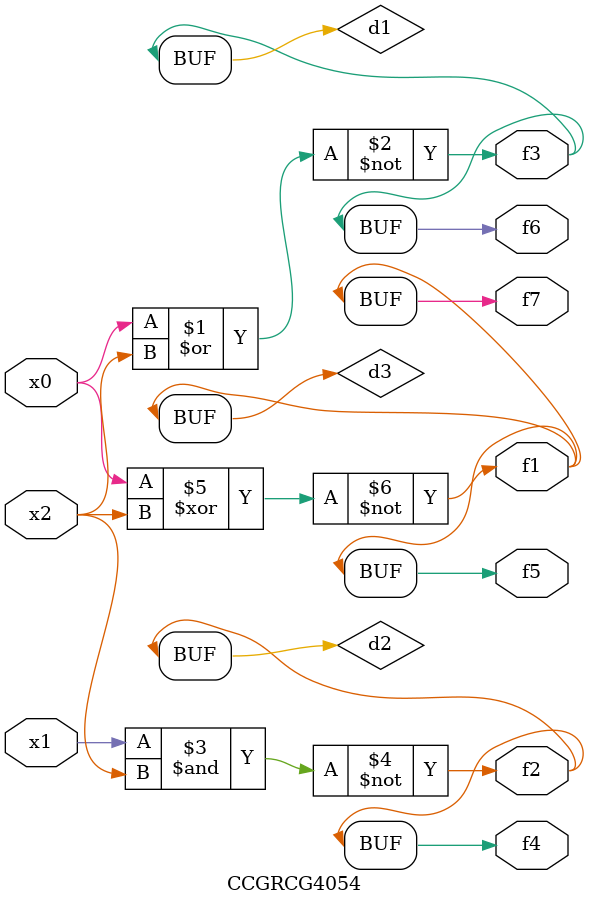
<source format=v>
module CCGRCG4054(
	input x0, x1, x2,
	output f1, f2, f3, f4, f5, f6, f7
);

	wire d1, d2, d3;

	nor (d1, x0, x2);
	nand (d2, x1, x2);
	xnor (d3, x0, x2);
	assign f1 = d3;
	assign f2 = d2;
	assign f3 = d1;
	assign f4 = d2;
	assign f5 = d3;
	assign f6 = d1;
	assign f7 = d3;
endmodule

</source>
